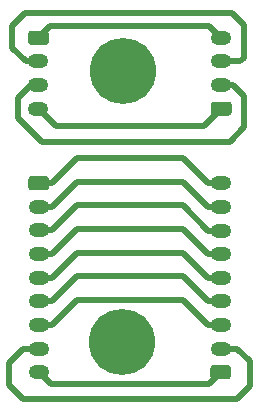
<source format=gbr>
%TF.GenerationSoftware,KiCad,Pcbnew,(5.1.9)-1*%
%TF.CreationDate,2021-03-11T22:21:21-06:00*%
%TF.ProjectId,OpeNITHM-Tower-Extenders__Right-Tower,4f70654e-4954-4484-9d2d-546f7765722d,rev?*%
%TF.SameCoordinates,Original*%
%TF.FileFunction,Copper,L1,Top*%
%TF.FilePolarity,Positive*%
%FSLAX46Y46*%
G04 Gerber Fmt 4.6, Leading zero omitted, Abs format (unit mm)*
G04 Created by KiCad (PCBNEW (5.1.9)-1) date 2021-03-11 22:21:21*
%MOMM*%
%LPD*%
G01*
G04 APERTURE LIST*
%TA.AperFunction,ComponentPad*%
%ADD10O,1.750000X1.200000*%
%TD*%
%TA.AperFunction,ComponentPad*%
%ADD11C,5.600000*%
%TD*%
%TA.AperFunction,Conductor*%
%ADD12C,0.508000*%
%TD*%
G04 APERTURE END LIST*
D10*
%TO.P,J4,9*%
%TO.N,Net-(J3-Pad1)*%
X82140000Y-59180000D03*
%TO.P,J4,8*%
%TO.N,Net-(J3-Pad2)*%
X82140000Y-61180000D03*
%TO.P,J4,7*%
%TO.N,Net-(J3-Pad3)*%
X82140000Y-63180000D03*
%TO.P,J4,6*%
%TO.N,Net-(J3-Pad4)*%
X82140000Y-65180000D03*
%TO.P,J4,5*%
%TO.N,Net-(J3-Pad5)*%
X82140000Y-67180000D03*
%TO.P,J4,4*%
%TO.N,Net-(J3-Pad6)*%
X82140000Y-69180000D03*
%TO.P,J4,3*%
%TO.N,Net-(J3-Pad7)*%
X82140000Y-71180000D03*
%TO.P,J4,2*%
%TO.N,Net-(J3-Pad8)*%
X82140000Y-73180000D03*
%TO.P,J4,1*%
%TO.N,Net-(J3-Pad9)*%
%TA.AperFunction,ComponentPad*%
G36*
G01*
X82765001Y-75780000D02*
X81514999Y-75780000D01*
G75*
G02*
X81265000Y-75530001I0J249999D01*
G01*
X81265000Y-74829999D01*
G75*
G02*
X81514999Y-74580000I249999J0D01*
G01*
X82765001Y-74580000D01*
G75*
G02*
X83015000Y-74829999I0J-249999D01*
G01*
X83015000Y-75530001D01*
G75*
G02*
X82765001Y-75780000I-249999J0D01*
G01*
G37*
%TD.AperFunction*%
%TD*%
%TO.P,J3,9*%
%TO.N,Net-(J3-Pad9)*%
X66742000Y-75173000D03*
%TO.P,J3,8*%
%TO.N,Net-(J3-Pad8)*%
X66742000Y-73173000D03*
%TO.P,J3,7*%
%TO.N,Net-(J3-Pad7)*%
X66742000Y-71173000D03*
%TO.P,J3,6*%
%TO.N,Net-(J3-Pad6)*%
X66742000Y-69173000D03*
%TO.P,J3,5*%
%TO.N,Net-(J3-Pad5)*%
X66742000Y-67173000D03*
%TO.P,J3,4*%
%TO.N,Net-(J3-Pad4)*%
X66742000Y-65173000D03*
%TO.P,J3,3*%
%TO.N,Net-(J3-Pad3)*%
X66742000Y-63173000D03*
%TO.P,J3,2*%
%TO.N,Net-(J3-Pad2)*%
X66742000Y-61173000D03*
%TO.P,J3,1*%
%TO.N,Net-(J3-Pad1)*%
%TA.AperFunction,ComponentPad*%
G36*
G01*
X66116999Y-58573000D02*
X67367001Y-58573000D01*
G75*
G02*
X67617000Y-58822999I0J-249999D01*
G01*
X67617000Y-59523001D01*
G75*
G02*
X67367001Y-59773000I-249999J0D01*
G01*
X66116999Y-59773000D01*
G75*
G02*
X65867000Y-59523001I0J249999D01*
G01*
X65867000Y-58822999D01*
G75*
G02*
X66116999Y-58573000I249999J0D01*
G01*
G37*
%TD.AperFunction*%
%TD*%
%TO.P,J2,4*%
%TO.N,Net-(J1-Pad1)*%
X82190000Y-46860000D03*
%TO.P,J2,3*%
%TO.N,Net-(J1-Pad2)*%
X82190000Y-48860000D03*
%TO.P,J2,2*%
%TO.N,Net-(J1-Pad3)*%
X82190000Y-50860000D03*
%TO.P,J2,1*%
%TO.N,Net-(J1-Pad4)*%
%TA.AperFunction,ComponentPad*%
G36*
G01*
X82815001Y-53460000D02*
X81564999Y-53460000D01*
G75*
G02*
X81315000Y-53210001I0J249999D01*
G01*
X81315000Y-52509999D01*
G75*
G02*
X81564999Y-52260000I249999J0D01*
G01*
X82815001Y-52260000D01*
G75*
G02*
X83065000Y-52509999I0J-249999D01*
G01*
X83065000Y-53210001D01*
G75*
G02*
X82815001Y-53460000I-249999J0D01*
G01*
G37*
%TD.AperFunction*%
%TD*%
%TO.P,J1,4*%
%TO.N,Net-(J1-Pad4)*%
X66722000Y-52866000D03*
%TO.P,J1,3*%
%TO.N,Net-(J1-Pad3)*%
X66722000Y-50866000D03*
%TO.P,J1,2*%
%TO.N,Net-(J1-Pad2)*%
X66722000Y-48866000D03*
%TO.P,J1,1*%
%TO.N,Net-(J1-Pad1)*%
%TA.AperFunction,ComponentPad*%
G36*
G01*
X66096999Y-46266000D02*
X67347001Y-46266000D01*
G75*
G02*
X67597000Y-46515999I0J-249999D01*
G01*
X67597000Y-47216001D01*
G75*
G02*
X67347001Y-47466000I-249999J0D01*
G01*
X66096999Y-47466000D01*
G75*
G02*
X65847000Y-47216001I0J249999D01*
G01*
X65847000Y-46515999D01*
G75*
G02*
X66096999Y-46266000I249999J0D01*
G01*
G37*
%TD.AperFunction*%
%TD*%
D11*
%TO.P,H2,1*%
%TO.N,N/C*%
X73760000Y-72620000D03*
%TD*%
%TO.P,H1,1*%
%TO.N,N/C*%
X73840000Y-49670000D03*
%TD*%
D12*
%TO.N,Net-(J1-Pad4)*%
X66722000Y-52866000D02*
X66736000Y-52866000D01*
X66736000Y-52866000D02*
X68220000Y-54350000D01*
X80700000Y-54350000D02*
X82190000Y-52860000D01*
X68220000Y-54350000D02*
X80700000Y-54350000D01*
%TO.N,Net-(J1-Pad3)*%
X83230000Y-50860000D02*
X82190000Y-50860000D01*
X84120000Y-51750000D02*
X83230000Y-50860000D01*
X82920000Y-55650000D02*
X84120000Y-54450000D01*
X67020000Y-55650000D02*
X82920000Y-55650000D01*
X65020000Y-53650000D02*
X67020000Y-55650000D01*
X65020000Y-51950000D02*
X65020000Y-53650000D01*
X66104000Y-50866000D02*
X65020000Y-51950000D01*
X84120000Y-54450000D02*
X84120000Y-51750000D01*
X66722000Y-50866000D02*
X66104000Y-50866000D01*
%TO.N,Net-(J1-Pad2)*%
X83810000Y-48860000D02*
X82190000Y-48860000D01*
X84120000Y-48550000D02*
X83810000Y-48860000D01*
X65620000Y-44750000D02*
X83120000Y-44750000D01*
X64520000Y-45850000D02*
X65620000Y-44750000D01*
X84120000Y-45750000D02*
X84120000Y-48550000D01*
X64520000Y-47750000D02*
X64520000Y-45850000D01*
X83120000Y-44750000D02*
X84120000Y-45750000D01*
X65636000Y-48866000D02*
X64520000Y-47750000D01*
X66722000Y-48866000D02*
X65636000Y-48866000D01*
%TO.N,Net-(J1-Pad1)*%
X66722000Y-46866000D02*
X67738000Y-45850000D01*
X81180000Y-45850000D02*
X82190000Y-46860000D01*
X67738000Y-45850000D02*
X81180000Y-45850000D01*
%TO.N,Net-(J3-Pad8)*%
X84640000Y-76360000D02*
X84640000Y-74260000D01*
X83540000Y-77460000D02*
X84640000Y-76360000D01*
X83560000Y-73180000D02*
X82140000Y-73180000D01*
X65440000Y-77460000D02*
X83540000Y-77460000D01*
X64240000Y-76260000D02*
X65440000Y-77460000D01*
X64240000Y-74360000D02*
X64240000Y-76260000D01*
X84640000Y-74260000D02*
X83560000Y-73180000D01*
X65427000Y-73173000D02*
X64240000Y-74360000D01*
X66742000Y-73173000D02*
X65427000Y-73173000D01*
%TO.N,Net-(J3-Pad7)*%
X66742000Y-71173000D02*
X67827000Y-71173000D01*
X67827000Y-71173000D02*
X69940000Y-69060000D01*
X69940000Y-69060000D02*
X78940000Y-69060000D01*
X81060000Y-71180000D02*
X82140000Y-71180000D01*
X78940000Y-69060000D02*
X81060000Y-71180000D01*
%TO.N,Net-(J3-Pad6)*%
X67827000Y-69173000D02*
X69940000Y-67060000D01*
X66742000Y-69173000D02*
X67827000Y-69173000D01*
X78940000Y-67060000D02*
X81060000Y-69180000D01*
X81060000Y-69180000D02*
X82140000Y-69180000D01*
X69940000Y-67060000D02*
X78940000Y-67060000D01*
%TO.N,Net-(J3-Pad5)*%
X67827000Y-67173000D02*
X69940000Y-65060000D01*
X66742000Y-67173000D02*
X67827000Y-67173000D01*
X78940000Y-65060000D02*
X81060000Y-67180000D01*
X81060000Y-67180000D02*
X82140000Y-67180000D01*
X69940000Y-65060000D02*
X78940000Y-65060000D01*
%TO.N,Net-(J3-Pad4)*%
X67827000Y-65173000D02*
X69940000Y-63060000D01*
X66742000Y-65173000D02*
X67827000Y-65173000D01*
X78940000Y-63060000D02*
X81060000Y-65180000D01*
X81060000Y-65180000D02*
X82140000Y-65180000D01*
X69940000Y-63060000D02*
X78940000Y-63060000D01*
%TO.N,Net-(J3-Pad3)*%
X67827000Y-63173000D02*
X69940000Y-61060000D01*
X66742000Y-63173000D02*
X67827000Y-63173000D01*
X78940000Y-61060000D02*
X81060000Y-63180000D01*
X81060000Y-63180000D02*
X82140000Y-63180000D01*
X69940000Y-61060000D02*
X78940000Y-61060000D01*
%TO.N,Net-(J3-Pad2)*%
X67827000Y-61173000D02*
X69940000Y-59060000D01*
X66742000Y-61173000D02*
X67827000Y-61173000D01*
X78940000Y-59060000D02*
X81060000Y-61180000D01*
X81060000Y-61180000D02*
X82140000Y-61180000D01*
X69940000Y-59060000D02*
X78940000Y-59060000D01*
%TO.N,Net-(J3-Pad1)*%
X67827000Y-59173000D02*
X69940000Y-57060000D01*
X66742000Y-59173000D02*
X67827000Y-59173000D01*
X78940000Y-57060000D02*
X81060000Y-59180000D01*
X81060000Y-59180000D02*
X82140000Y-59180000D01*
X69940000Y-57060000D02*
X78940000Y-57060000D01*
X82133000Y-59173000D02*
X82140000Y-59180000D01*
%TO.N,Net-(J3-Pad9)*%
X66742000Y-75173000D02*
X66753000Y-75173000D01*
X67740000Y-76160000D02*
X70040000Y-76160000D01*
X66753000Y-75173000D02*
X67740000Y-76160000D01*
X69440000Y-76160000D02*
X70040000Y-76160000D01*
X81160000Y-76160000D02*
X82140000Y-75180000D01*
X70040000Y-76160000D02*
X81160000Y-76160000D01*
%TD*%
M02*

</source>
